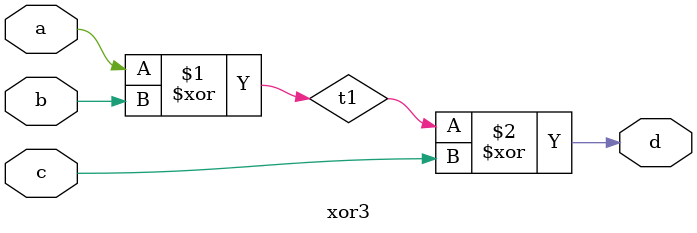
<source format=v>
module and3(d,c,b,a); //Triple input nand gate
input a,b,c;
wire t1;
output d;
and g1(t1,a,b);
and g2(d,c,t1);
endmodule

module or3(d,c,b,a); //Triple input or gate
input a,b,c;
wire t1;
output d;
or g1(t1,a,b);
or g2(d,c,t1);
endmodule

module nor3(d,c,b,a); //Triple input nor gate
input a,b,c;
wire t1;
output d;
or g1(t1,a,b);
nor g2(d,t1,c);
endmodule

module nand3(d,c,b,a); //Triple input nand gate
input a,b,c;
wire t1;
output d;
and g1(t1,a,b);
nand g2(d,t1,c);
endmodule

module xor3(d,c,b,a); //Triple input xor gate
input a,b,c;
wire t1;
output d;
xor g1(t1,a,b);
xor g2(d,t1,c);
endmodule

</source>
